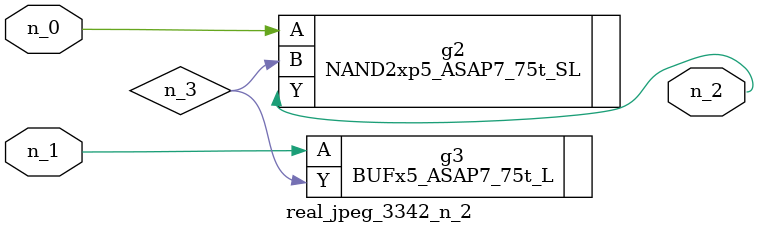
<source format=v>
module real_jpeg_3342_n_2 (n_1, n_0, n_2);

input n_1;
input n_0;

output n_2;

wire n_3;

NAND2xp5_ASAP7_75t_SL g2 ( 
.A(n_0),
.B(n_3),
.Y(n_2)
);

BUFx5_ASAP7_75t_L g3 ( 
.A(n_1),
.Y(n_3)
);


endmodule
</source>
